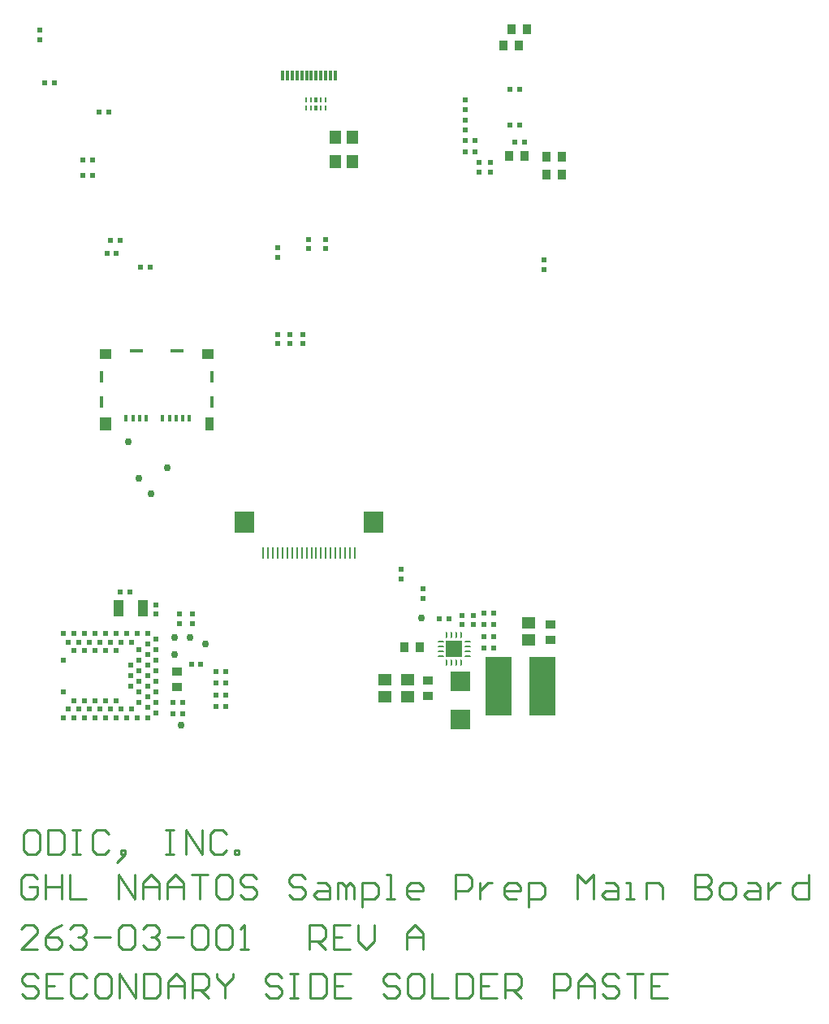
<source format=gbp>
G04*
G04 #@! TF.GenerationSoftware,Altium Limited,Altium Designer,24.9.1 (31)*
G04*
G04 Layer_Color=128*
%FSLAX44Y44*%
%MOMM*%
G71*
G04*
G04 #@! TF.SameCoordinates,6C7A866E-41A3-4D12-9BD4-ECE58917465C*
G04*
G04*
G04 #@! TF.FilePolarity,Positive*
G04*
G01*
G75*
%ADD18C,0.2540*%
%ADD24R,0.6000X0.6000*%
%ADD25R,0.6000X0.6000*%
%ADD33R,1.0000X0.9500*%
%ADD45R,0.9500X1.0000*%
%ADD50R,1.4500X1.1500*%
%ADD149C,0.7620*%
%ADD150R,1.1500X1.4500*%
%ADD151R,0.3000X1.1000*%
%ADD153R,1.3000X1.4000*%
%ADD154R,0.4000X1.2000*%
%ADD155R,0.9500X1.4000*%
%ADD156R,0.4500X0.7000*%
%ADD157R,1.3000X1.0000*%
%ADD158R,1.4000X0.4000*%
%ADD159R,2.7000X6.2000*%
%ADD160R,2.0066X2.0066*%
%ADD161R,0.5080X0.5080*%
%ADD162R,0.5080X0.5080*%
%ADD163R,1.0000X1.8000*%
%ADD164R,1.6600X1.6600*%
G04:AMPARAMS|DCode=165|XSize=0.6mm|YSize=0.24mm|CornerRadius=0.06mm|HoleSize=0mm|Usage=FLASHONLY|Rotation=270.000|XOffset=0mm|YOffset=0mm|HoleType=Round|Shape=RoundedRectangle|*
%AMROUNDEDRECTD165*
21,1,0.6000,0.1200,0,0,270.0*
21,1,0.4800,0.2400,0,0,270.0*
1,1,0.1200,-0.0600,-0.2400*
1,1,0.1200,-0.0600,0.2400*
1,1,0.1200,0.0600,0.2400*
1,1,0.1200,0.0600,-0.2400*
%
%ADD165ROUNDEDRECTD165*%
G04:AMPARAMS|DCode=166|XSize=0.6mm|YSize=0.24mm|CornerRadius=0.06mm|HoleSize=0mm|Usage=FLASHONLY|Rotation=0.000|XOffset=0mm|YOffset=0mm|HoleType=Round|Shape=RoundedRectangle|*
%AMROUNDEDRECTD166*
21,1,0.6000,0.1200,0,0,0.0*
21,1,0.4800,0.2400,0,0,0.0*
1,1,0.1200,0.2400,-0.0600*
1,1,0.1200,-0.2400,-0.0600*
1,1,0.1200,-0.2400,0.0600*
1,1,0.1200,0.2400,0.0600*
%
%ADD166ROUNDEDRECTD166*%
%ADD167R,0.2000X0.5500*%
%ADD168R,0.4000X0.5500*%
%ADD169R,2.0000X2.2000*%
%ADD170R,0.2500X1.3000*%
G36*
X469440Y102440D02*
Y117560D01*
X484560D01*
Y102440D01*
X469440D01*
D02*
G37*
D18*
X43345Y-233332D02*
X39114Y-229100D01*
X30650D01*
X26418Y-233332D01*
Y-237564D01*
X30650Y-241796D01*
X39114D01*
X43345Y-246028D01*
Y-250260D01*
X39114Y-254492D01*
X30650D01*
X26418Y-250260D01*
X68737Y-229100D02*
X51810D01*
Y-254492D01*
X68737D01*
X51810Y-241796D02*
X60273D01*
X94129Y-233332D02*
X89897Y-229100D01*
X81433D01*
X77201Y-233332D01*
Y-250260D01*
X81433Y-254492D01*
X89897D01*
X94129Y-250260D01*
X115289Y-229100D02*
X106825D01*
X102593Y-233332D01*
Y-250260D01*
X106825Y-254492D01*
X115289D01*
X119521Y-250260D01*
Y-233332D01*
X115289Y-229100D01*
X127985Y-254492D02*
Y-229100D01*
X144913Y-254492D01*
Y-229100D01*
X153377D02*
Y-254492D01*
X166073D01*
X170305Y-250260D01*
Y-233332D01*
X166073Y-229100D01*
X153377D01*
X178769Y-254492D02*
Y-237564D01*
X187232Y-229100D01*
X195696Y-237564D01*
Y-254492D01*
Y-241796D01*
X178769D01*
X204160Y-254492D02*
Y-229100D01*
X216856D01*
X221088Y-233332D01*
Y-241796D01*
X216856Y-246028D01*
X204160D01*
X212624D02*
X221088Y-254492D01*
X229552Y-229100D02*
Y-233332D01*
X238016Y-241796D01*
X246480Y-233332D01*
Y-229100D01*
X238016Y-241796D02*
Y-254492D01*
X297264Y-233332D02*
X293032Y-229100D01*
X284568D01*
X280336Y-233332D01*
Y-237564D01*
X284568Y-241796D01*
X293032D01*
X297264Y-246028D01*
Y-250260D01*
X293032Y-254492D01*
X284568D01*
X280336Y-250260D01*
X305727Y-229100D02*
X314191D01*
X309959D01*
Y-254492D01*
X305727D01*
X314191D01*
X326887Y-229100D02*
Y-254492D01*
X339583D01*
X343815Y-250260D01*
Y-233332D01*
X339583Y-229100D01*
X326887D01*
X369207D02*
X352279D01*
Y-254492D01*
X369207D01*
X352279Y-241796D02*
X360743D01*
X419991Y-233332D02*
X415759Y-229100D01*
X407295D01*
X403063Y-233332D01*
Y-237564D01*
X407295Y-241796D01*
X415759D01*
X419991Y-246028D01*
Y-250260D01*
X415759Y-254492D01*
X407295D01*
X403063Y-250260D01*
X441150Y-229100D02*
X432686D01*
X428454Y-233332D01*
Y-250260D01*
X432686Y-254492D01*
X441150D01*
X445382Y-250260D01*
Y-233332D01*
X441150Y-229100D01*
X453846D02*
Y-254492D01*
X470774D01*
X479238Y-229100D02*
Y-254492D01*
X491934D01*
X496166Y-250260D01*
Y-233332D01*
X491934Y-229100D01*
X479238D01*
X521558D02*
X504630D01*
Y-254492D01*
X521558D01*
X504630Y-241796D02*
X513094D01*
X530022Y-254492D02*
Y-229100D01*
X542718D01*
X546950Y-233332D01*
Y-241796D01*
X542718Y-246028D01*
X530022D01*
X538486D02*
X546950Y-254492D01*
X580805D02*
Y-229100D01*
X593501D01*
X597733Y-233332D01*
Y-241796D01*
X593501Y-246028D01*
X580805D01*
X606197Y-254492D02*
Y-237564D01*
X614661Y-229100D01*
X623125Y-237564D01*
Y-254492D01*
Y-241796D01*
X606197D01*
X648517Y-233332D02*
X644285Y-229100D01*
X635821D01*
X631589Y-233332D01*
Y-237564D01*
X635821Y-241796D01*
X644285D01*
X648517Y-246028D01*
Y-250260D01*
X644285Y-254492D01*
X635821D01*
X631589Y-250260D01*
X656981Y-229100D02*
X673908D01*
X665444D01*
Y-254492D01*
X699300Y-229100D02*
X682372D01*
Y-254492D01*
X699300D01*
X682372Y-241796D02*
X690836D01*
X40860Y-78511D02*
X32396D01*
X28164Y-82743D01*
Y-99670D01*
X32396Y-103902D01*
X40860D01*
X45092Y-99670D01*
Y-82743D01*
X40860Y-78511D01*
X53556D02*
Y-103902D01*
X66252D01*
X70484Y-99670D01*
Y-82743D01*
X66252Y-78511D01*
X53556D01*
X78948D02*
X87412D01*
X83180D01*
Y-103902D01*
X78948D01*
X87412D01*
X117036Y-82743D02*
X112803Y-78511D01*
X104340D01*
X100108Y-82743D01*
Y-99670D01*
X104340Y-103902D01*
X112803D01*
X117036Y-99670D01*
X129731Y-108134D02*
X133963Y-103902D01*
Y-99670D01*
X129731D01*
Y-103902D01*
X133963D01*
X129731Y-108134D01*
X125499Y-112366D01*
X176283Y-78511D02*
X184747D01*
X180515D01*
Y-103902D01*
X176283D01*
X184747D01*
X197443D02*
Y-78511D01*
X214371Y-103902D01*
Y-78511D01*
X239762Y-82743D02*
X235530Y-78511D01*
X227067D01*
X222835Y-82743D01*
Y-99670D01*
X227067Y-103902D01*
X235530D01*
X239762Y-99670D01*
X248226Y-103902D02*
Y-99670D01*
X252458D01*
Y-103902D01*
X248226D01*
X42345Y-129868D02*
X38114Y-125636D01*
X29650D01*
X25418Y-129868D01*
Y-146796D01*
X29650Y-151028D01*
X38114D01*
X42345Y-146796D01*
Y-138332D01*
X33882D01*
X50809Y-125636D02*
Y-151028D01*
Y-138332D01*
X67737D01*
Y-125636D01*
Y-151028D01*
X76201Y-125636D02*
Y-151028D01*
X93129D01*
X126985D02*
Y-125636D01*
X143913Y-151028D01*
Y-125636D01*
X152377Y-151028D02*
Y-134100D01*
X160841Y-125636D01*
X169305Y-134100D01*
Y-151028D01*
Y-138332D01*
X152377D01*
X177768Y-151028D02*
Y-134100D01*
X186232Y-125636D01*
X194696Y-134100D01*
Y-151028D01*
Y-138332D01*
X177768D01*
X203160Y-125636D02*
X220088D01*
X211624D01*
Y-151028D01*
X241248Y-125636D02*
X232784D01*
X228552Y-129868D01*
Y-146796D01*
X232784Y-151028D01*
X241248D01*
X245480Y-146796D01*
Y-129868D01*
X241248Y-125636D01*
X270872Y-129868D02*
X266640Y-125636D01*
X258176D01*
X253944Y-129868D01*
Y-134100D01*
X258176Y-138332D01*
X266640D01*
X270872Y-142564D01*
Y-146796D01*
X266640Y-151028D01*
X258176D01*
X253944Y-146796D01*
X321655Y-129868D02*
X317423Y-125636D01*
X308959D01*
X304727Y-129868D01*
Y-134100D01*
X308959Y-138332D01*
X317423D01*
X321655Y-142564D01*
Y-146796D01*
X317423Y-151028D01*
X308959D01*
X304727Y-146796D01*
X334351Y-134100D02*
X342815D01*
X347047Y-138332D01*
Y-151028D01*
X334351D01*
X330119Y-146796D01*
X334351Y-142564D01*
X347047D01*
X355511Y-151028D02*
Y-134100D01*
X359743D01*
X363975Y-138332D01*
Y-151028D01*
Y-138332D01*
X368207Y-134100D01*
X372439Y-138332D01*
Y-151028D01*
X380903Y-159492D02*
Y-134100D01*
X393599D01*
X397831Y-138332D01*
Y-146796D01*
X393599Y-151028D01*
X380903D01*
X406295D02*
X414759D01*
X410527D01*
Y-125636D01*
X406295D01*
X440150Y-151028D02*
X431686D01*
X427454Y-146796D01*
Y-138332D01*
X431686Y-134100D01*
X440150D01*
X444382Y-138332D01*
Y-142564D01*
X427454D01*
X478238Y-151028D02*
Y-125636D01*
X490934D01*
X495166Y-129868D01*
Y-138332D01*
X490934Y-142564D01*
X478238D01*
X503630Y-134100D02*
Y-151028D01*
Y-142564D01*
X507862Y-138332D01*
X512094Y-134100D01*
X516326D01*
X541717Y-151028D02*
X533254D01*
X529022Y-146796D01*
Y-138332D01*
X533254Y-134100D01*
X541717D01*
X545950Y-138332D01*
Y-142564D01*
X529022D01*
X554413Y-159492D02*
Y-134100D01*
X567109D01*
X571341Y-138332D01*
Y-146796D01*
X567109Y-151028D01*
X554413D01*
X605197D02*
Y-125636D01*
X613661Y-134100D01*
X622125Y-125636D01*
Y-151028D01*
X634821Y-134100D02*
X643285D01*
X647517Y-138332D01*
Y-151028D01*
X634821D01*
X630589Y-146796D01*
X634821Y-142564D01*
X647517D01*
X655981Y-151028D02*
X664445D01*
X660213D01*
Y-134100D01*
X655981D01*
X677140Y-151028D02*
Y-134100D01*
X689836D01*
X694068Y-138332D01*
Y-151028D01*
X727924Y-125636D02*
Y-151028D01*
X740620D01*
X744852Y-146796D01*
Y-142564D01*
X740620Y-138332D01*
X727924D01*
X740620D01*
X744852Y-134100D01*
Y-129868D01*
X740620Y-125636D01*
X727924D01*
X757548Y-151028D02*
X766012D01*
X770244Y-146796D01*
Y-138332D01*
X766012Y-134100D01*
X757548D01*
X753316Y-138332D01*
Y-146796D01*
X757548Y-151028D01*
X782940Y-134100D02*
X791404D01*
X795636Y-138332D01*
Y-151028D01*
X782940D01*
X778708Y-146796D01*
X782940Y-142564D01*
X795636D01*
X804099Y-134100D02*
Y-151028D01*
Y-142564D01*
X808331Y-138332D01*
X812563Y-134100D01*
X816795D01*
X846419Y-125636D02*
Y-151028D01*
X833723D01*
X829491Y-146796D01*
Y-138332D01*
X833723Y-134100D01*
X846419D01*
X42732Y-203110D02*
X25804D01*
X42732Y-186182D01*
Y-181950D01*
X38500Y-177719D01*
X30036D01*
X25804Y-181950D01*
X68124Y-177719D02*
X59660Y-181950D01*
X51196Y-190415D01*
Y-198878D01*
X55428Y-203110D01*
X63892D01*
X68124Y-198878D01*
Y-194646D01*
X63892Y-190415D01*
X51196D01*
X76588Y-181950D02*
X80820Y-177719D01*
X89284D01*
X93516Y-181950D01*
Y-186182D01*
X89284Y-190415D01*
X85052D01*
X89284D01*
X93516Y-194646D01*
Y-198878D01*
X89284Y-203110D01*
X80820D01*
X76588Y-198878D01*
X101980Y-190415D02*
X118907D01*
X127371Y-181950D02*
X131603Y-177719D01*
X140067D01*
X144299Y-181950D01*
Y-198878D01*
X140067Y-203110D01*
X131603D01*
X127371Y-198878D01*
Y-181950D01*
X152763D02*
X156995Y-177719D01*
X165459D01*
X169691Y-181950D01*
Y-186182D01*
X165459Y-190415D01*
X161227D01*
X165459D01*
X169691Y-194646D01*
Y-198878D01*
X165459Y-203110D01*
X156995D01*
X152763Y-198878D01*
X178155Y-190415D02*
X195083D01*
X203547Y-181950D02*
X207779Y-177719D01*
X216243D01*
X220475Y-181950D01*
Y-198878D01*
X216243Y-203110D01*
X207779D01*
X203547Y-198878D01*
Y-181950D01*
X228939D02*
X233171Y-177719D01*
X241634D01*
X245866Y-181950D01*
Y-198878D01*
X241634Y-203110D01*
X233171D01*
X228939Y-198878D01*
Y-181950D01*
X254330Y-203110D02*
X262794D01*
X258562D01*
Y-177719D01*
X254330Y-181950D01*
X326274Y-203110D02*
Y-177719D01*
X338970D01*
X343202Y-181950D01*
Y-190415D01*
X338970Y-194646D01*
X326274D01*
X334738D02*
X343202Y-203110D01*
X368593Y-177719D02*
X351666D01*
Y-203110D01*
X368593D01*
X351666Y-190415D02*
X360130D01*
X377057Y-177719D02*
Y-194646D01*
X385521Y-203110D01*
X393985Y-194646D01*
Y-177719D01*
X427841Y-203110D02*
Y-186182D01*
X436305Y-177719D01*
X444769Y-186182D01*
Y-203110D01*
Y-190415D01*
X427841D01*
D24*
X125000Y522500D02*
D03*
X115000D02*
D03*
X119000Y536000D02*
D03*
X129000D02*
D03*
X150000Y507500D02*
D03*
X160000D02*
D03*
X472000Y141000D02*
D03*
X462000D02*
D03*
X90000Y604000D02*
D03*
X100000D02*
D03*
X90000Y620000D02*
D03*
X100000D02*
D03*
X508000Y135000D02*
D03*
X518000D02*
D03*
X499000Y628000D02*
D03*
X489000D02*
D03*
Y640000D02*
D03*
X499000D02*
D03*
X508000Y147000D02*
D03*
X518000D02*
D03*
X508000Y123000D02*
D03*
X518000D02*
D03*
X508000Y111000D02*
D03*
X518000D02*
D03*
X117000Y670000D02*
D03*
X107000D02*
D03*
X203000Y94000D02*
D03*
X213000D02*
D03*
X60000Y700000D02*
D03*
X50000D02*
D03*
X129000Y169000D02*
D03*
X139000D02*
D03*
X239000Y74000D02*
D03*
X229000D02*
D03*
X184000Y42000D02*
D03*
X194000D02*
D03*
X184000Y54000D02*
D03*
X194000D02*
D03*
X239000Y50000D02*
D03*
X229000D02*
D03*
X239000Y62000D02*
D03*
X229000D02*
D03*
X239000Y86000D02*
D03*
X229000D02*
D03*
X550312Y638688D02*
D03*
X540312D02*
D03*
X535312Y655688D02*
D03*
X545312D02*
D03*
X535312Y693688D02*
D03*
X545312D02*
D03*
D25*
X319000Y438000D02*
D03*
Y428000D02*
D03*
X306000Y438000D02*
D03*
Y428000D02*
D03*
X293000Y438000D02*
D03*
Y428000D02*
D03*
X445000Y172500D02*
D03*
Y162500D02*
D03*
X204000Y146000D02*
D03*
Y136000D02*
D03*
X515000Y617000D02*
D03*
Y607000D02*
D03*
X503000Y617000D02*
D03*
Y607000D02*
D03*
X489000Y651000D02*
D03*
Y661000D02*
D03*
Y672000D02*
D03*
Y682000D02*
D03*
X497000Y135000D02*
D03*
Y145000D02*
D03*
X191000Y136000D02*
D03*
Y146000D02*
D03*
X485000Y135000D02*
D03*
Y145000D02*
D03*
X325000Y537000D02*
D03*
Y527000D02*
D03*
X343000Y537000D02*
D03*
Y527000D02*
D03*
X293000Y518000D02*
D03*
Y528000D02*
D03*
X45000Y755000D02*
D03*
Y745000D02*
D03*
X166000Y146000D02*
D03*
Y156000D02*
D03*
X571000Y505725D02*
D03*
Y515725D02*
D03*
X422000Y193000D02*
D03*
Y183000D02*
D03*
D33*
X188000Y86000D02*
D03*
Y70000D02*
D03*
X578000Y119000D02*
D03*
Y135000D02*
D03*
X450000Y61000D02*
D03*
Y77000D02*
D03*
D45*
X537000Y756000D02*
D03*
X553000D02*
D03*
X441000Y112000D02*
D03*
X425000D02*
D03*
X544313Y738688D02*
D03*
X528313D02*
D03*
X550313Y623688D02*
D03*
X534313D02*
D03*
X573312Y604688D02*
D03*
X589313D02*
D03*
X573312Y622688D02*
D03*
X589313D02*
D03*
D50*
X429000Y60000D02*
D03*
Y78000D02*
D03*
X555000Y137000D02*
D03*
Y119000D02*
D03*
X405000Y78000D02*
D03*
Y60000D02*
D03*
D149*
X161000Y272000D02*
D03*
X443000Y142000D02*
D03*
X192000Y30000D02*
D03*
X178000Y299000D02*
D03*
X137500Y326250D02*
D03*
X148000Y288000D02*
D03*
X218000Y115000D02*
D03*
X202000Y122000D02*
D03*
X186000D02*
D03*
Y104000D02*
D03*
D150*
X371000Y618000D02*
D03*
X353000D02*
D03*
X371000Y643000D02*
D03*
X353000D02*
D03*
D151*
X323200Y707900D02*
D03*
X328200D02*
D03*
X353200D02*
D03*
X348200D02*
D03*
X343200D02*
D03*
X338200D02*
D03*
X333200D02*
D03*
X318200D02*
D03*
X313200D02*
D03*
X308200D02*
D03*
X303200D02*
D03*
X298200D02*
D03*
D153*
X114000Y344700D02*
D03*
D154*
X109500Y367700D02*
D03*
Y393700D02*
D03*
X224500D02*
D03*
Y367700D02*
D03*
D155*
X221750Y344700D02*
D03*
D156*
X135200Y350100D02*
D03*
X142200D02*
D03*
X149200D02*
D03*
X156200D02*
D03*
X201200D02*
D03*
X173200D02*
D03*
X180200D02*
D03*
X194200D02*
D03*
X187200D02*
D03*
D157*
X114000Y417300D02*
D03*
X220000D02*
D03*
D158*
X145900Y420300D02*
D03*
X188400D02*
D03*
D159*
X523000Y71000D02*
D03*
X569000D02*
D03*
D160*
X484000Y76066D02*
D03*
Y35934D02*
D03*
D161*
X148500Y76500D02*
D03*
Y87500D02*
D03*
Y98500D02*
D03*
X157500Y71000D02*
D03*
Y82000D02*
D03*
Y93000D02*
D03*
X148500Y54500D02*
D03*
Y65500D02*
D03*
X139500Y71000D02*
D03*
Y82000D02*
D03*
X157500Y49000D02*
D03*
Y60000D02*
D03*
Y104000D02*
D03*
Y115000D02*
D03*
X139500Y93000D02*
D03*
X148500Y109500D02*
D03*
X166500Y43500D02*
D03*
Y54500D02*
D03*
Y65500D02*
D03*
Y76500D02*
D03*
Y87500D02*
D03*
Y98500D02*
D03*
Y109500D02*
D03*
Y120500D02*
D03*
D162*
X69500Y65500D02*
D03*
Y98500D02*
D03*
X124500Y108000D02*
D03*
X113500D02*
D03*
X102500D02*
D03*
X91500D02*
D03*
X80500D02*
D03*
X141000Y117000D02*
D03*
X130000D02*
D03*
X119000D02*
D03*
X108000D02*
D03*
X97000D02*
D03*
X86000D02*
D03*
X75000D02*
D03*
X80500Y56000D02*
D03*
X91500D02*
D03*
X102500D02*
D03*
X113500D02*
D03*
X124500D02*
D03*
X75000Y47000D02*
D03*
X86000D02*
D03*
X97000D02*
D03*
X108000D02*
D03*
X119000D02*
D03*
X130000D02*
D03*
X141000D02*
D03*
X69500Y38000D02*
D03*
X80500D02*
D03*
X91500D02*
D03*
X102500D02*
D03*
X113500D02*
D03*
X124500D02*
D03*
X135500D02*
D03*
X146500D02*
D03*
X157500D02*
D03*
Y126000D02*
D03*
X146500D02*
D03*
X135500D02*
D03*
X124500D02*
D03*
X113500D02*
D03*
X102500D02*
D03*
X91500D02*
D03*
X80500D02*
D03*
X69500D02*
D03*
D163*
X127500Y152000D02*
D03*
X152500D02*
D03*
D164*
X477000Y110000D02*
D03*
D165*
X469500Y96000D02*
D03*
X474500D02*
D03*
X479500D02*
D03*
X484500D02*
D03*
Y124000D02*
D03*
X479500D02*
D03*
X474500D02*
D03*
X469500D02*
D03*
D166*
X491000Y102500D02*
D03*
Y107500D02*
D03*
Y112500D02*
D03*
Y117500D02*
D03*
X463000D02*
D03*
Y112500D02*
D03*
Y107500D02*
D03*
Y102500D02*
D03*
D167*
X323000Y673500D02*
D03*
X328000D02*
D03*
X338000D02*
D03*
X343000D02*
D03*
Y682000D02*
D03*
X338000D02*
D03*
X328000D02*
D03*
X323000D02*
D03*
D168*
X333000Y673500D02*
D03*
Y682000D02*
D03*
D169*
X258250Y242222D02*
D03*
X393250D02*
D03*
D170*
X373250Y209710D02*
D03*
X368250D02*
D03*
X363250D02*
D03*
X358250D02*
D03*
X353250D02*
D03*
X348250D02*
D03*
X343250D02*
D03*
X338250D02*
D03*
X333250D02*
D03*
X328250D02*
D03*
X323250D02*
D03*
X318250D02*
D03*
X313250D02*
D03*
X308250D02*
D03*
X303250D02*
D03*
X298250D02*
D03*
X293250D02*
D03*
X288250D02*
D03*
X283250D02*
D03*
X278250D02*
D03*
M02*

</source>
